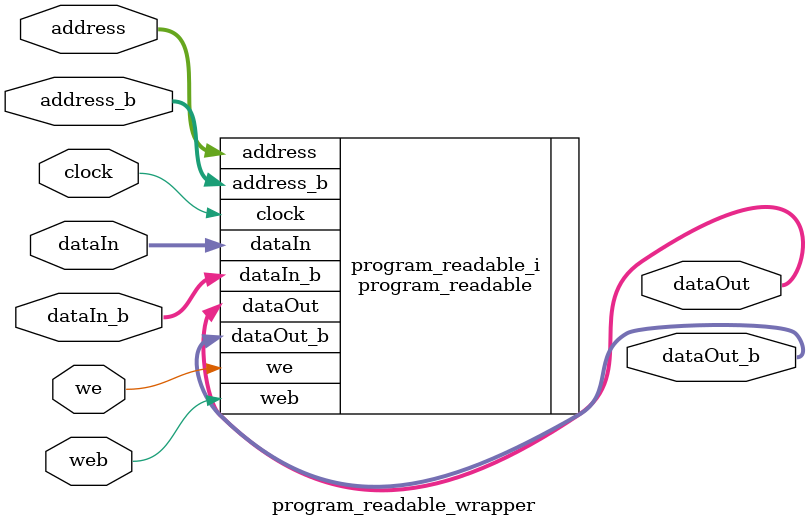
<source format=v>
`timescale 1 ps / 1 ps

module program_readable_wrapper
   (address,
    address_b,
    clock,
    dataIn,
    dataIn_b,
    dataOut,
    dataOut_b,
    we,
    web);
  input [9:0]address;
  input [9:0]address_b;
  input clock;
  input [7:0]dataIn;
  input [7:0]dataIn_b;
  output [7:0]dataOut;
  output [7:0]dataOut_b;
  input we;
  input web;

  wire [9:0]address;
  wire [9:0]address_b;
  wire clock;
  wire [7:0]dataIn;
  wire [7:0]dataIn_b;
  wire [7:0]dataOut;
  wire [7:0]dataOut_b;
  wire we;
  wire web;

  program_readable program_readable_i
       (.address(address),
        .address_b(address_b),
        .clock(clock),
        .dataIn(dataIn),
        .dataIn_b(dataIn_b),
        .dataOut(dataOut),
        .dataOut_b(dataOut_b),
        .we(we),
        .web(web));
endmodule

</source>
